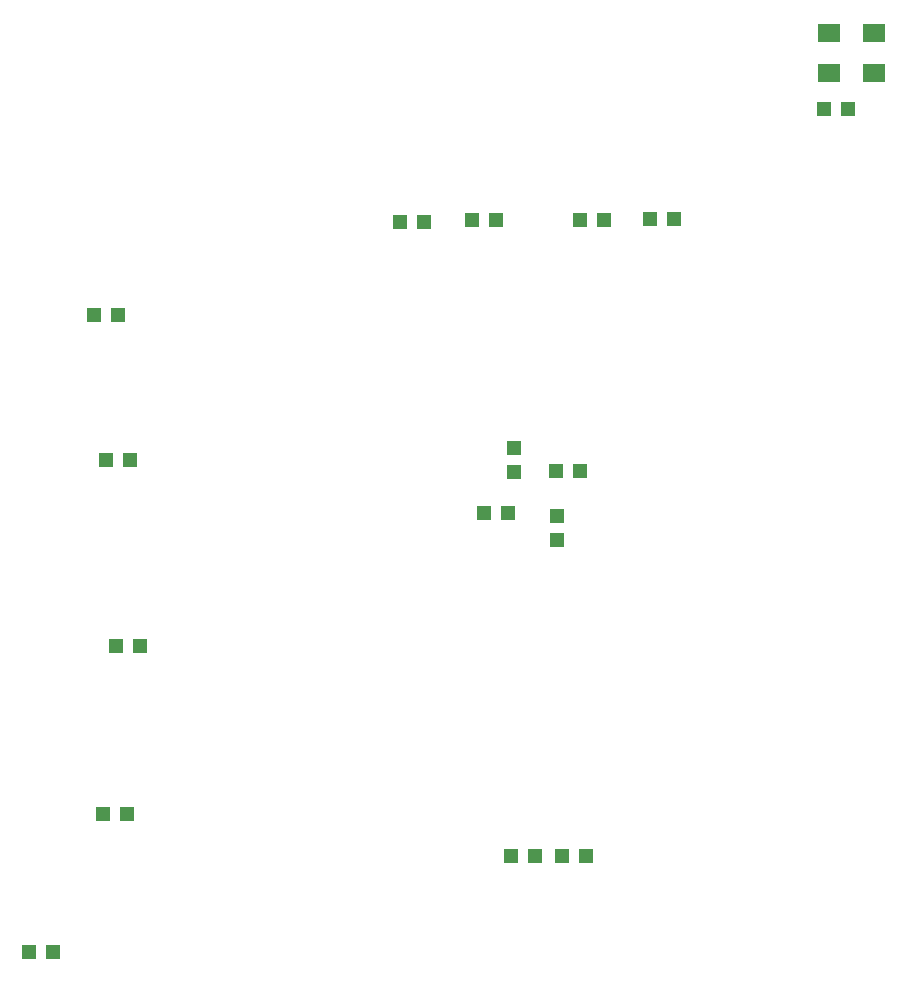
<source format=gbp>
G04*
G04 #@! TF.GenerationSoftware,Altium Limited,Altium Designer,20.0.2 (26)*
G04*
G04 Layer_Color=128*
%FSLAX24Y24*%
%MOIN*%
G70*
G01*
G75*
%ADD24R,0.0500X0.0500*%
%ADD31R,0.0500X0.0500*%
%ADD102R,0.0750X0.0600*%
D24*
X29600Y33600D02*
D03*
X30400D02*
D03*
X23800Y29931D02*
D03*
X24600D02*
D03*
X21450Y29900D02*
D03*
X22250D02*
D03*
X17850D02*
D03*
X18650D02*
D03*
X16250Y29850D02*
D03*
X15450D02*
D03*
X20650Y21550D02*
D03*
X21450D02*
D03*
X19050Y20150D02*
D03*
X18250D02*
D03*
X6050Y26750D02*
D03*
X5250D02*
D03*
X6450Y21900D02*
D03*
X5650D02*
D03*
X6000Y15700D02*
D03*
X6800D02*
D03*
X6350Y10100D02*
D03*
X5550D02*
D03*
X3100Y5500D02*
D03*
X3900D02*
D03*
X19950Y8700D02*
D03*
X19150D02*
D03*
X21650D02*
D03*
X20850D02*
D03*
D31*
X19250Y21500D02*
D03*
Y22300D02*
D03*
X20700Y20050D02*
D03*
Y19250D02*
D03*
D102*
X29760Y36150D02*
D03*
X31260D02*
D03*
X29750Y34800D02*
D03*
X31250D02*
D03*
M02*

</source>
